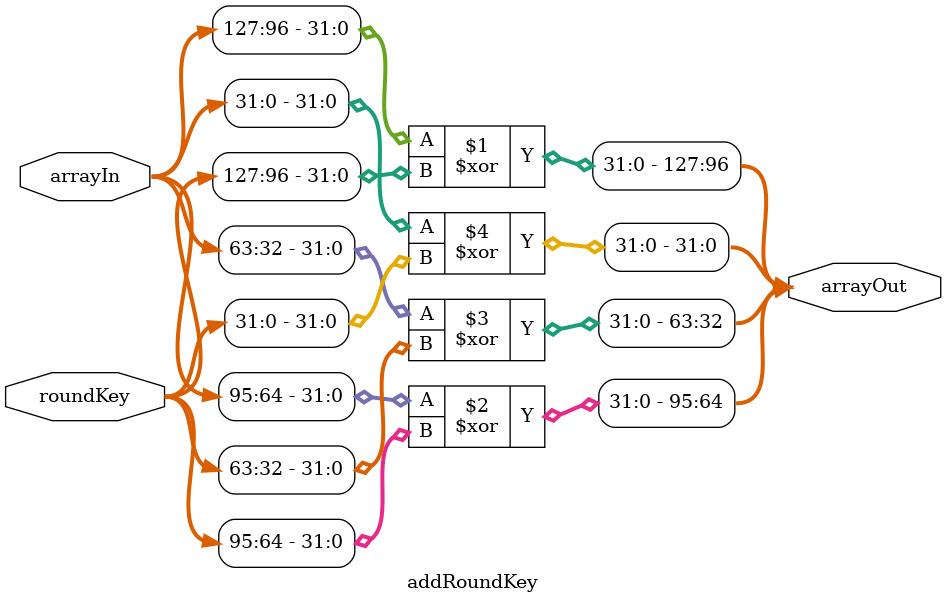
<source format=sv>

module addRoundKey(input [127:0] arrayIn,
                   input [127:0] roundKey,
                   output [127:0]arrayOut);
    // the round key is applied to each column of the state with an XOR with the corresponding word of the round key
    
    assign arrayOut[127:96] = arrayIn[127:96] ^ roundKey[127:96];
    assign arrayOut[95:64] = arrayIn[95:64] ^ roundKey[95:64];
    assign arrayOut[63:32] = arrayIn[63:32] ^ roundKey[63:32];
    assign arrayOut[31:0] = arrayIn[31:0] ^ roundKey[31:0];

    // // map columns of the arrayIn to variables
    // logic [31:0] c0, c1, c2, c3;
    // assign c0 = arrayIn[0];
    // assign c1 = arrayIn[1];
    // assign c2 = arrayIn[2];
    // assign c3 = arrayIn[3];

    // // XOR columns with words of round key
    // logic [31:0] cp0, cp1, cp2, cp3; // cp for c'
    // assign cp0 = c0 ^ roundKey[0];
    // assign cp1 = c1 ^ roundKey[1];
    // assign cp2 = c2 ^ roundKey[2];
    // assign cp3 = c3 ^ roundKey[3];

    // // map columns to arrayOut
    // assign arrayOut[0] = cp0;
    // assign arrayOut[1] = cp1;
    // assign arrayOut[2] = cp2;
    // assign arrayOut[3] = cp3;
endmodule
</source>
